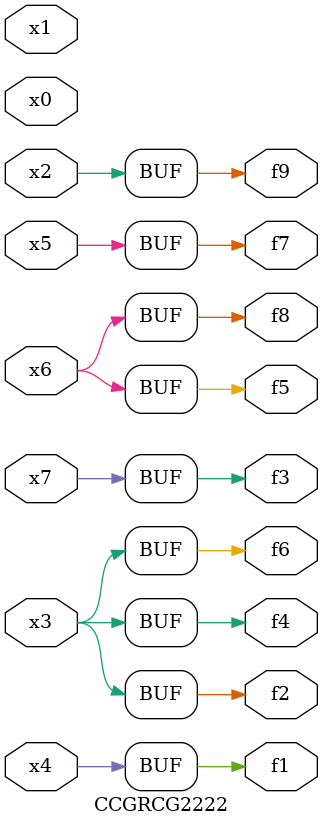
<source format=v>
module CCGRCG2222(
	input x0, x1, x2, x3, x4, x5, x6, x7,
	output f1, f2, f3, f4, f5, f6, f7, f8, f9
);
	assign f1 = x4;
	assign f2 = x3;
	assign f3 = x7;
	assign f4 = x3;
	assign f5 = x6;
	assign f6 = x3;
	assign f7 = x5;
	assign f8 = x6;
	assign f9 = x2;
endmodule

</source>
